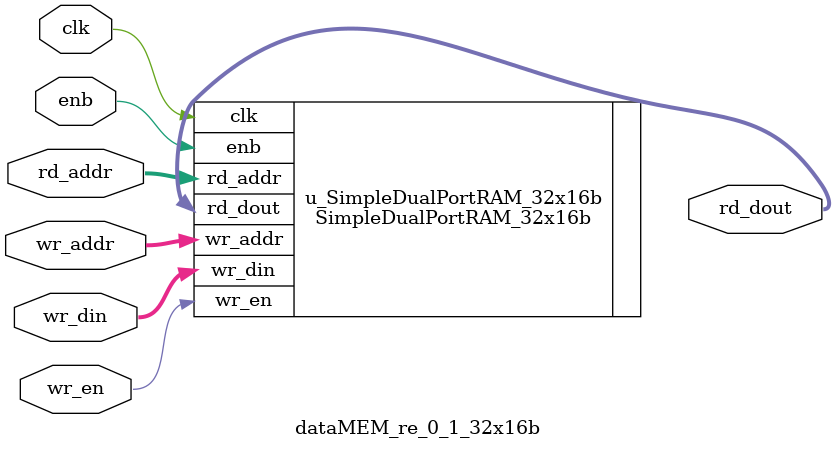
<source format=v>



`timescale 1 ns / 1 ns

module dataMEM_re_0_1_32x16b
          (
           clk,
           enb,
           wr_din,
           wr_addr,
           wr_en,
           rd_addr,
           rd_dout
          );


  input   clk;
  input   enb;
  input   signed [15:0] wr_din;  // sfix16
  input   [4:0] wr_addr;  // ufix5
  input   wr_en;  // ufix1
  input   [4:0] rd_addr;  // ufix5
  output  signed [15:0] rd_dout;  // sfix16




  SimpleDualPortRAM_32x16b   u_SimpleDualPortRAM_32x16b   (.clk(clk),
                                                           .enb(enb),
                                                           .wr_din(wr_din),  // sfix16
                                                           .wr_addr(wr_addr),  // ufix5
                                                           .wr_en(wr_en),  // ufix1
                                                           .rd_addr(rd_addr),  // ufix5
                                                           .rd_dout(rd_dout)  // sfix16
                                                           );

endmodule  // dataMEM_re_0_1_32x16b


</source>
